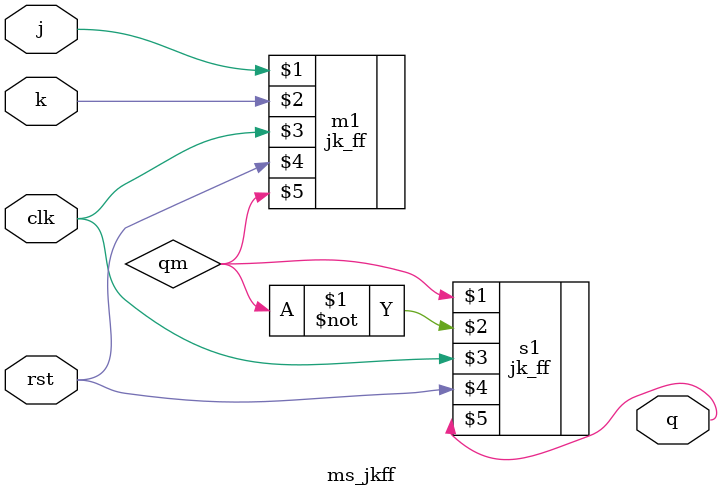
<source format=v>
`timescale 1ns / 1ps


module ms_jkff(j,k,clk,rst,q);
    input j,k,clk,rst;
    output q;
    
    wire qm;
    
    jk_ff m1(j,k,clk,rst,qm);
    jk_ff s1(qm,~qm,clk,rst,q);
endmodule

</source>
